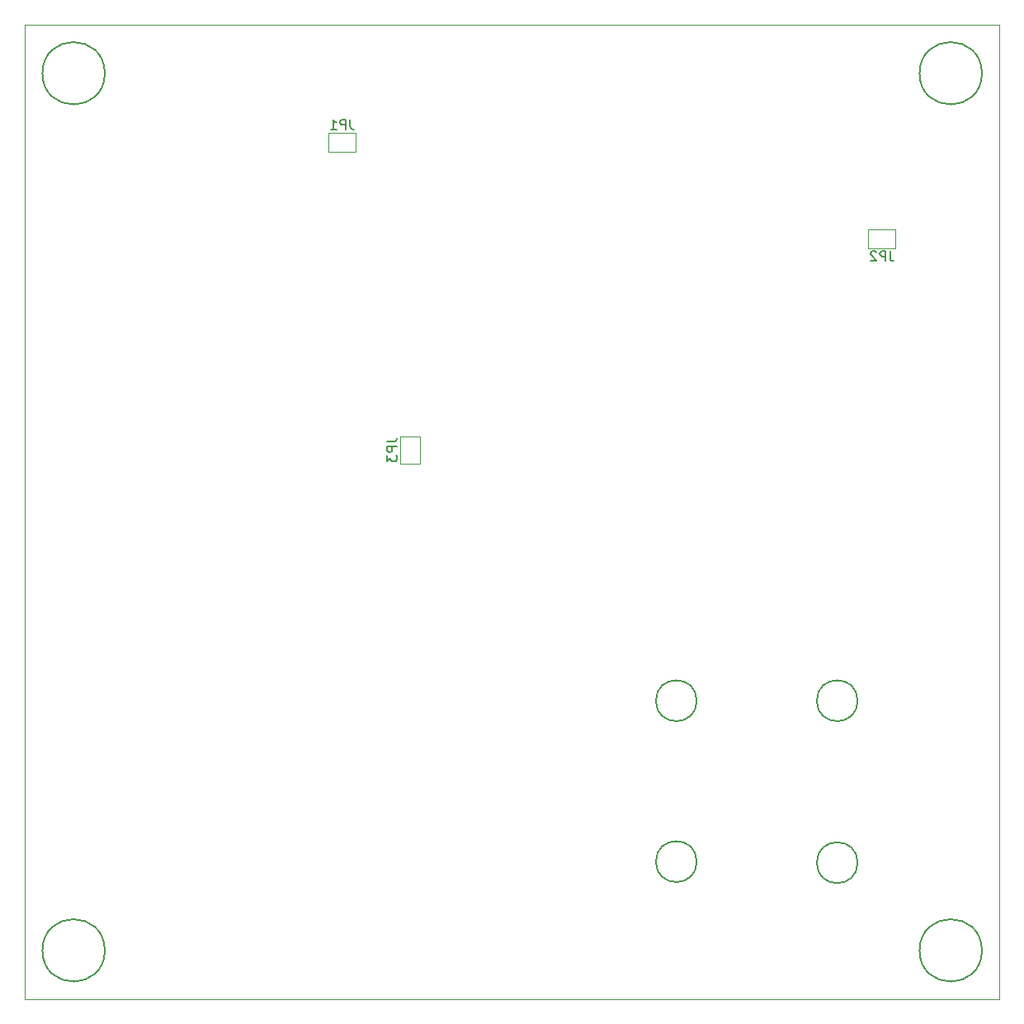
<source format=gbo>
G04 #@! TF.GenerationSoftware,KiCad,Pcbnew,7.0.8-7.0.8~ubuntu22.04.1*
G04 #@! TF.CreationDate,2023-10-06T16:41:22-07:00*
G04 #@! TF.ProjectId,feedbackController,66656564-6261-4636-9b43-6f6e74726f6c,rev?*
G04 #@! TF.SameCoordinates,Original*
G04 #@! TF.FileFunction,Legend,Bot*
G04 #@! TF.FilePolarity,Positive*
%FSLAX46Y46*%
G04 Gerber Fmt 4.6, Leading zero omitted, Abs format (unit mm)*
G04 Created by KiCad (PCBNEW 7.0.8-7.0.8~ubuntu22.04.1) date 2023-10-06 16:41:22*
%MOMM*%
%LPD*%
G01*
G04 APERTURE LIST*
%ADD10C,0.150000*%
%ADD11C,0.120000*%
%ADD12C,2.000000*%
%ADD13C,2.100000*%
%ADD14C,3.200000*%
%ADD15R,1.700000X1.700000*%
%ADD16O,1.700000X1.700000*%
%ADD17C,1.524000*%
%ADD18O,2.500000X1.600000*%
%ADD19O,7.000000X3.500000*%
%ADD20C,1.600000*%
%ADD21R,1.500000X1.000000*%
%ADD22R,1.000000X1.500000*%
G04 #@! TA.AperFunction,Profile*
%ADD23C,0.100000*%
G04 #@! TD*
G04 APERTURE END LIST*
D10*
X87154819Y-92816666D02*
X87869104Y-92816666D01*
X87869104Y-92816666D02*
X88011961Y-92769047D01*
X88011961Y-92769047D02*
X88107200Y-92673809D01*
X88107200Y-92673809D02*
X88154819Y-92530952D01*
X88154819Y-92530952D02*
X88154819Y-92435714D01*
X88154819Y-93292857D02*
X87154819Y-93292857D01*
X87154819Y-93292857D02*
X87154819Y-93673809D01*
X87154819Y-93673809D02*
X87202438Y-93769047D01*
X87202438Y-93769047D02*
X87250057Y-93816666D01*
X87250057Y-93816666D02*
X87345295Y-93864285D01*
X87345295Y-93864285D02*
X87488152Y-93864285D01*
X87488152Y-93864285D02*
X87583390Y-93816666D01*
X87583390Y-93816666D02*
X87631009Y-93769047D01*
X87631009Y-93769047D02*
X87678628Y-93673809D01*
X87678628Y-93673809D02*
X87678628Y-93292857D01*
X87154819Y-94197619D02*
X87154819Y-94816666D01*
X87154819Y-94816666D02*
X87535771Y-94483333D01*
X87535771Y-94483333D02*
X87535771Y-94626190D01*
X87535771Y-94626190D02*
X87583390Y-94721428D01*
X87583390Y-94721428D02*
X87631009Y-94769047D01*
X87631009Y-94769047D02*
X87726247Y-94816666D01*
X87726247Y-94816666D02*
X87964342Y-94816666D01*
X87964342Y-94816666D02*
X88059580Y-94769047D01*
X88059580Y-94769047D02*
X88107200Y-94721428D01*
X88107200Y-94721428D02*
X88154819Y-94626190D01*
X88154819Y-94626190D02*
X88154819Y-94340476D01*
X88154819Y-94340476D02*
X88107200Y-94245238D01*
X88107200Y-94245238D02*
X88059580Y-94197619D01*
X138783333Y-73254819D02*
X138783333Y-73969104D01*
X138783333Y-73969104D02*
X138830952Y-74111961D01*
X138830952Y-74111961D02*
X138926190Y-74207200D01*
X138926190Y-74207200D02*
X139069047Y-74254819D01*
X139069047Y-74254819D02*
X139164285Y-74254819D01*
X138307142Y-74254819D02*
X138307142Y-73254819D01*
X138307142Y-73254819D02*
X137926190Y-73254819D01*
X137926190Y-73254819D02*
X137830952Y-73302438D01*
X137830952Y-73302438D02*
X137783333Y-73350057D01*
X137783333Y-73350057D02*
X137735714Y-73445295D01*
X137735714Y-73445295D02*
X137735714Y-73588152D01*
X137735714Y-73588152D02*
X137783333Y-73683390D01*
X137783333Y-73683390D02*
X137830952Y-73731009D01*
X137830952Y-73731009D02*
X137926190Y-73778628D01*
X137926190Y-73778628D02*
X138307142Y-73778628D01*
X137354761Y-73350057D02*
X137307142Y-73302438D01*
X137307142Y-73302438D02*
X137211904Y-73254819D01*
X137211904Y-73254819D02*
X136973809Y-73254819D01*
X136973809Y-73254819D02*
X136878571Y-73302438D01*
X136878571Y-73302438D02*
X136830952Y-73350057D01*
X136830952Y-73350057D02*
X136783333Y-73445295D01*
X136783333Y-73445295D02*
X136783333Y-73540533D01*
X136783333Y-73540533D02*
X136830952Y-73683390D01*
X136830952Y-73683390D02*
X137402380Y-74254819D01*
X137402380Y-74254819D02*
X136783333Y-74254819D01*
X83383333Y-59754819D02*
X83383333Y-60469104D01*
X83383333Y-60469104D02*
X83430952Y-60611961D01*
X83430952Y-60611961D02*
X83526190Y-60707200D01*
X83526190Y-60707200D02*
X83669047Y-60754819D01*
X83669047Y-60754819D02*
X83764285Y-60754819D01*
X82907142Y-60754819D02*
X82907142Y-59754819D01*
X82907142Y-59754819D02*
X82526190Y-59754819D01*
X82526190Y-59754819D02*
X82430952Y-59802438D01*
X82430952Y-59802438D02*
X82383333Y-59850057D01*
X82383333Y-59850057D02*
X82335714Y-59945295D01*
X82335714Y-59945295D02*
X82335714Y-60088152D01*
X82335714Y-60088152D02*
X82383333Y-60183390D01*
X82383333Y-60183390D02*
X82430952Y-60231009D01*
X82430952Y-60231009D02*
X82526190Y-60278628D01*
X82526190Y-60278628D02*
X82907142Y-60278628D01*
X81383333Y-60754819D02*
X81954761Y-60754819D01*
X81669047Y-60754819D02*
X81669047Y-59754819D01*
X81669047Y-59754819D02*
X81764285Y-59897676D01*
X81764285Y-59897676D02*
X81859523Y-59992914D01*
X81859523Y-59992914D02*
X81954761Y-60040533D01*
D11*
X90500000Y-92250000D02*
X88500000Y-92250000D01*
X88500000Y-92250000D02*
X88500000Y-95050000D01*
X90500000Y-95050000D02*
X90500000Y-92250000D01*
X88500000Y-95050000D02*
X90500000Y-95050000D01*
X136550000Y-71000000D02*
X136550000Y-73000000D01*
X136550000Y-73000000D02*
X139350000Y-73000000D01*
X139350000Y-71000000D02*
X136550000Y-71000000D01*
X139350000Y-73000000D02*
X139350000Y-71000000D01*
X83950000Y-63100000D02*
X83950000Y-61100000D01*
X83950000Y-61100000D02*
X81150000Y-61100000D01*
X81150000Y-63100000D02*
X83950000Y-63100000D01*
X81150000Y-61100000D02*
X81150000Y-63100000D01*
%LPC*%
D12*
X124000000Y-55000000D03*
D13*
X133350000Y-119380000D03*
D14*
X145000000Y-55000000D03*
X55000000Y-55000000D03*
D15*
X102500000Y-105000000D03*
D16*
X102500000Y-107540000D03*
D17*
X86000000Y-143000000D03*
X88540000Y-143000000D03*
X93620000Y-143000000D03*
X98700000Y-143000000D03*
D18*
X63080000Y-93420000D03*
D19*
X58000000Y-98500000D03*
D18*
X63080000Y-95960000D03*
D19*
X58000000Y-88340000D03*
D15*
X70920000Y-144500000D03*
D16*
X73460000Y-144500000D03*
X76000000Y-144500000D03*
D12*
X100000000Y-135000000D03*
D18*
X63080000Y-128420000D03*
D19*
X58000000Y-133500000D03*
D18*
X63080000Y-130960000D03*
D19*
X58000000Y-123340000D03*
D13*
X116840000Y-119380000D03*
D12*
X116000000Y-53500000D03*
D18*
X136920000Y-101080000D03*
D19*
X142000000Y-96000000D03*
D18*
X136920000Y-98540000D03*
D19*
X142000000Y-106160000D03*
D12*
X110000000Y-109000000D03*
D14*
X145000000Y-145000000D03*
X55000000Y-145000000D03*
D13*
X116840000Y-135890000D03*
D12*
X90500000Y-133500000D03*
D13*
X133350000Y-136000000D03*
D12*
X78500000Y-138000000D03*
D18*
X63080000Y-110920000D03*
D19*
X58000000Y-116000000D03*
D18*
X63080000Y-113460000D03*
D19*
X58000000Y-105840000D03*
D20*
X92300000Y-57460000D03*
X92300000Y-60000000D03*
X92300000Y-62540000D03*
X92300000Y-65080000D03*
X92300000Y-67620000D03*
X92300000Y-70160000D03*
X92300000Y-72700000D03*
X92300000Y-75240000D03*
X92300000Y-77780000D03*
X92300000Y-80320000D03*
X92300000Y-82860000D03*
X92300000Y-85400000D03*
X92300000Y-87940000D03*
X92300000Y-90480000D03*
X94840000Y-90480000D03*
X97380000Y-90480000D03*
X99920000Y-90480000D03*
X102460000Y-90480000D03*
X105000000Y-90480000D03*
X107540000Y-90480000D03*
X107540000Y-87940000D03*
X107540000Y-85400000D03*
X107540000Y-82860000D03*
X107540000Y-80320000D03*
X107540000Y-77780000D03*
X107540000Y-75240000D03*
X107540000Y-72700000D03*
X107540000Y-70160000D03*
X107540000Y-67620000D03*
X107540000Y-65080000D03*
X107540000Y-62540000D03*
X107540000Y-60000000D03*
X107540000Y-57460000D03*
X105000000Y-60000000D03*
X105000000Y-85400000D03*
X105000000Y-82860000D03*
X102460000Y-85400000D03*
X102460000Y-82860000D03*
X99920000Y-85400000D03*
X99920000Y-82860000D03*
X97380000Y-85400000D03*
X97380000Y-82860000D03*
X94840000Y-85400000D03*
X94840000Y-82860000D03*
D21*
X89500000Y-93000000D03*
X89500000Y-94300000D03*
D22*
X137300000Y-72000000D03*
X138600000Y-72000000D03*
X83200000Y-62100000D03*
X81900000Y-62100000D03*
%LPD*%
D10*
X135450000Y-119380000D02*
G75*
G03*
X135450000Y-119380000I-2100000J0D01*
G01*
X148200000Y-55000000D02*
G75*
G03*
X148200000Y-55000000I-3200000J0D01*
G01*
X58200000Y-55000000D02*
G75*
G03*
X58200000Y-55000000I-3200000J0D01*
G01*
X118940000Y-119380000D02*
G75*
G03*
X118940000Y-119380000I-2100000J0D01*
G01*
X148200000Y-145000000D02*
G75*
G03*
X148200000Y-145000000I-3200000J0D01*
G01*
X58200000Y-145000000D02*
G75*
G03*
X58200000Y-145000000I-3200000J0D01*
G01*
X118940000Y-135890000D02*
G75*
G03*
X118940000Y-135890000I-2100000J0D01*
G01*
X135450000Y-136000000D02*
G75*
G03*
X135450000Y-136000000I-2100000J0D01*
G01*
D23*
X150000000Y-50000000D02*
X50000000Y-50000000D01*
X50000000Y-50000000D02*
X50000000Y-150000000D01*
X150000000Y-150000000D02*
X150000000Y-50000000D01*
X50000000Y-150000000D02*
X150000000Y-150000000D01*
M02*

</source>
